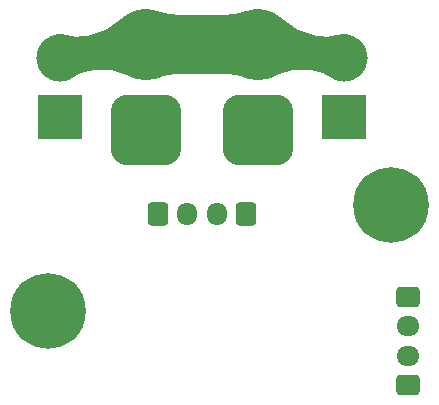
<source format=gbr>
%TF.GenerationSoftware,KiCad,Pcbnew,8.0.3*%
%TF.CreationDate,2024-06-17T20:34:08+08:00*%
%TF.ProjectId,power,706f7765-722e-46b6-9963-61645f706362,1.1.0*%
%TF.SameCoordinates,Original*%
%TF.FileFunction,Soldermask,Bot*%
%TF.FilePolarity,Negative*%
%FSLAX46Y46*%
G04 Gerber Fmt 4.6, Leading zero omitted, Abs format (unit mm)*
G04 Created by KiCad (PCBNEW 8.0.3) date 2024-06-17 20:34:08*
%MOMM*%
%LPD*%
G01*
G04 APERTURE LIST*
G04 Aperture macros list*
%AMRoundRect*
0 Rectangle with rounded corners*
0 $1 Rounding radius*
0 $2 $3 $4 $5 $6 $7 $8 $9 X,Y pos of 4 corners*
0 Add a 4 corners polygon primitive as box body*
4,1,4,$2,$3,$4,$5,$6,$7,$8,$9,$2,$3,0*
0 Add four circle primitives for the rounded corners*
1,1,$1+$1,$2,$3*
1,1,$1+$1,$4,$5*
1,1,$1+$1,$6,$7*
1,1,$1+$1,$8,$9*
0 Add four rect primitives between the rounded corners*
20,1,$1+$1,$2,$3,$4,$5,0*
20,1,$1+$1,$4,$5,$6,$7,0*
20,1,$1+$1,$6,$7,$8,$9,0*
20,1,$1+$1,$8,$9,$2,$3,0*%
G04 Aperture macros list end*
%ADD10C,0.000000*%
%ADD11C,0.800000*%
%ADD12C,6.400000*%
%ADD13C,6.000000*%
%ADD14RoundRect,1.500000X1.500000X-1.500000X1.500000X1.500000X-1.500000X1.500000X-1.500000X-1.500000X0*%
%ADD15RoundRect,0.250000X-0.725000X0.600000X-0.725000X-0.600000X0.725000X-0.600000X0.725000X0.600000X0*%
%ADD16O,1.950000X1.700000*%
%ADD17C,4.000000*%
%ADD18RoundRect,0.250000X1.650000X-1.650000X1.650000X1.650000X-1.650000X1.650000X-1.650000X-1.650000X0*%
%ADD19RoundRect,0.250000X0.600000X0.725000X-0.600000X0.725000X-0.600000X-0.725000X0.600000X-0.725000X0*%
%ADD20O,1.700000X1.950000*%
G04 APERTURE END LIST*
D10*
G36*
X100701539Y-141571339D02*
G01*
X100701539Y-141571339D01*
G75*
G02*
X103855350Y-142251115I1043961J-2812461D01*
G01*
X103855350Y-142251115D01*
G75*
G03*
X106591540Y-143635344I3516450J3554515D01*
G01*
X107037671Y-143704528D01*
G75*
G03*
X108398959Y-143601288I459729J2964528D01*
G01*
X108398959Y-143601288D01*
G75*
G02*
X107849451Y-147144759I601041J-1907512D01*
G01*
X107849451Y-147144759D01*
G75*
G03*
X106583345Y-146634074I-1725951J-2454241D01*
G01*
X106151194Y-146567057D01*
G75*
G03*
X103110320Y-147055402I-766194J-4940743D01*
G01*
X103110320Y-147055402D01*
G75*
G02*
X100701539Y-147196339I-1364820J2671602D01*
G01*
X100701539Y-147196339D01*
G75*
G03*
X98961612Y-146883839I-1739939J-4687661D01*
G01*
X97000000Y-146883839D01*
X95038400Y-146883839D01*
G75*
G03*
X93298461Y-147196339I0J-5000361D01*
G01*
X93298461Y-147196339D01*
G75*
G02*
X90889680Y-147055402I-1043961J2812539D01*
G01*
X90889680Y-147055402D01*
G75*
G03*
X87863952Y-146564708I-2274780J-4452798D01*
G01*
X87416656Y-146634074D01*
G75*
G03*
X86150549Y-147144759I459744J-2964626D01*
G01*
X86150549Y-147144759D01*
G75*
G02*
X85601041Y-143601288I-1150549J1635959D01*
G01*
X85601041Y-143601288D01*
G75*
G03*
X86962331Y-143704528I901559J2861288D01*
G01*
X87394354Y-143637531D01*
G75*
G03*
X90144650Y-142251115I-766154J4940931D01*
G01*
X90144650Y-142251115D01*
G75*
G02*
X93298461Y-141571339I2109850J-2132685D01*
G01*
X93298461Y-141571339D01*
G75*
G03*
X95038400Y-141883839I1739939J4687639D01*
G01*
X97000000Y-141883839D01*
X98961600Y-141883839D01*
G75*
G03*
X100701539Y-141571339I0J5000239D01*
G01*
X100701539Y-141571339D01*
G37*
D11*
%TO.C,H3*%
X86400000Y-167000000D03*
X85697056Y-168697056D03*
X85697056Y-165302944D03*
X84000000Y-169400000D03*
D12*
X84000000Y-167000000D03*
D11*
X84000000Y-164600000D03*
X82302944Y-168697056D03*
X82302944Y-165302944D03*
X81600000Y-167000000D03*
%TD*%
D13*
%TO.C,J2*%
X101745495Y-144433839D03*
D14*
X101745495Y-151633839D03*
%TD*%
D11*
%TO.C,H4*%
X115400000Y-158000000D03*
X114697056Y-159697056D03*
X114697056Y-156302944D03*
X113000000Y-160400000D03*
D12*
X113000000Y-158000000D03*
D11*
X113000000Y-155600000D03*
X111302944Y-159697056D03*
X111302944Y-156302944D03*
X110600000Y-158000000D03*
%TD*%
D13*
%TO.C,J1*%
X92245495Y-144433839D03*
D14*
X92245495Y-151633839D03*
%TD*%
D15*
%TO.C,J5*%
X114500000Y-173250000D03*
D16*
X114500000Y-170750000D03*
X114500000Y-168250000D03*
D15*
X114500000Y-165750000D03*
%TD*%
D17*
%TO.C,J3*%
X85000000Y-145508839D03*
D18*
X85000000Y-150508839D03*
%TD*%
D19*
%TO.C,J6*%
X93250000Y-158750000D03*
D20*
X95750000Y-158750000D03*
X98250000Y-158750000D03*
D19*
X100750000Y-158750000D03*
%TD*%
D17*
%TO.C,J4*%
X109000000Y-145508839D03*
D18*
X109000000Y-150508839D03*
%TD*%
M02*

</source>
